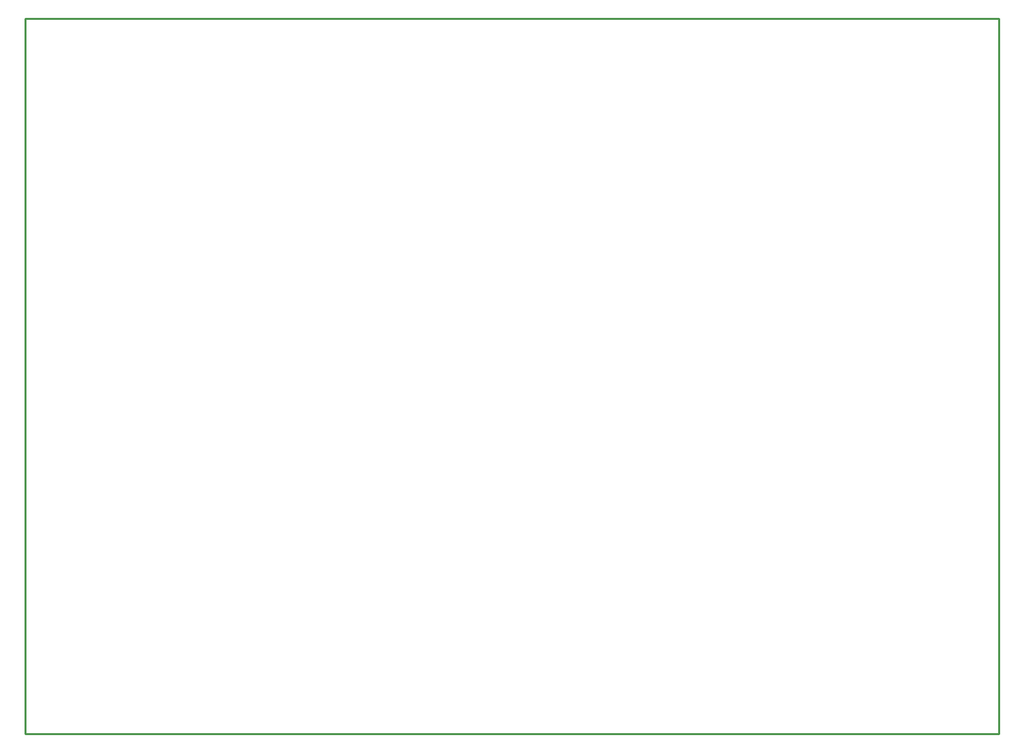
<source format=gko>
G04 Layer: BoardOutlineLayer*
G04 EasyEDA v6.5.37, 2023-10-28 10:51:11*
G04 4880e8b44b5e4911aa04234489c2fc7f,3a0c9916c2a341a084dc3cb5dc78798d,10*
G04 Gerber Generator version 0.2*
G04 Scale: 100 percent, Rotated: No, Reflected: No *
G04 Dimensions in millimeters *
G04 leading zeros omitted , absolute positions ,4 integer and 5 decimal *
%FSLAX45Y45*%
%MOMM*%

%ADD10C,0.2540*%
D10*
X13207974Y11175977D02*
G01*
X762000Y11175974D01*
X13207974Y20319959D02*
G01*
X13207974Y11175977D01*
X762000Y20319956D02*
G01*
X13207974Y20319959D01*
X762000Y11175974D02*
G01*
X762000Y20319956D01*

%LPD*%
M02*

</source>
